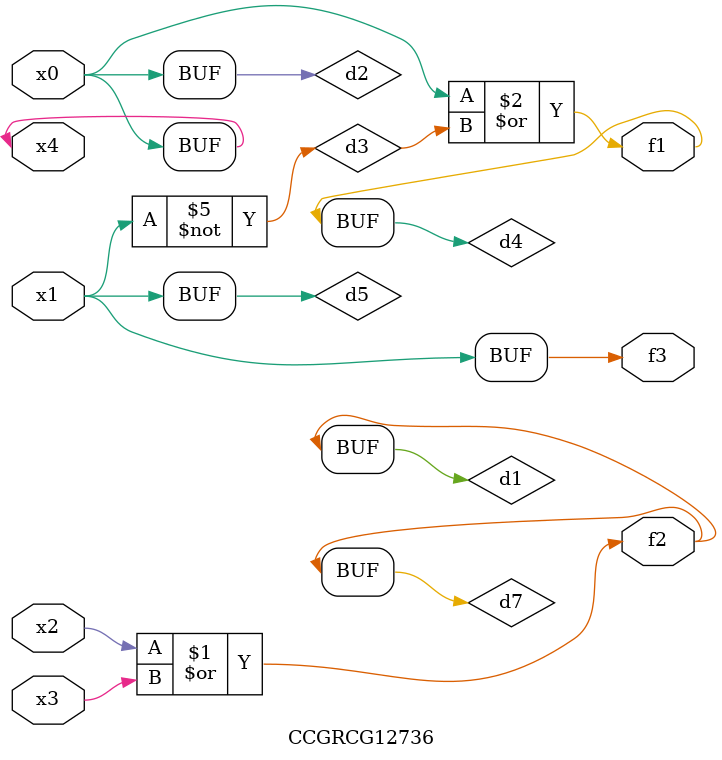
<source format=v>
module CCGRCG12736(
	input x0, x1, x2, x3, x4,
	output f1, f2, f3
);

	wire d1, d2, d3, d4, d5, d6, d7;

	or (d1, x2, x3);
	buf (d2, x0, x4);
	not (d3, x1);
	or (d4, d2, d3);
	not (d5, d3);
	nand (d6, d1, d3);
	or (d7, d1);
	assign f1 = d4;
	assign f2 = d7;
	assign f3 = d5;
endmodule

</source>
